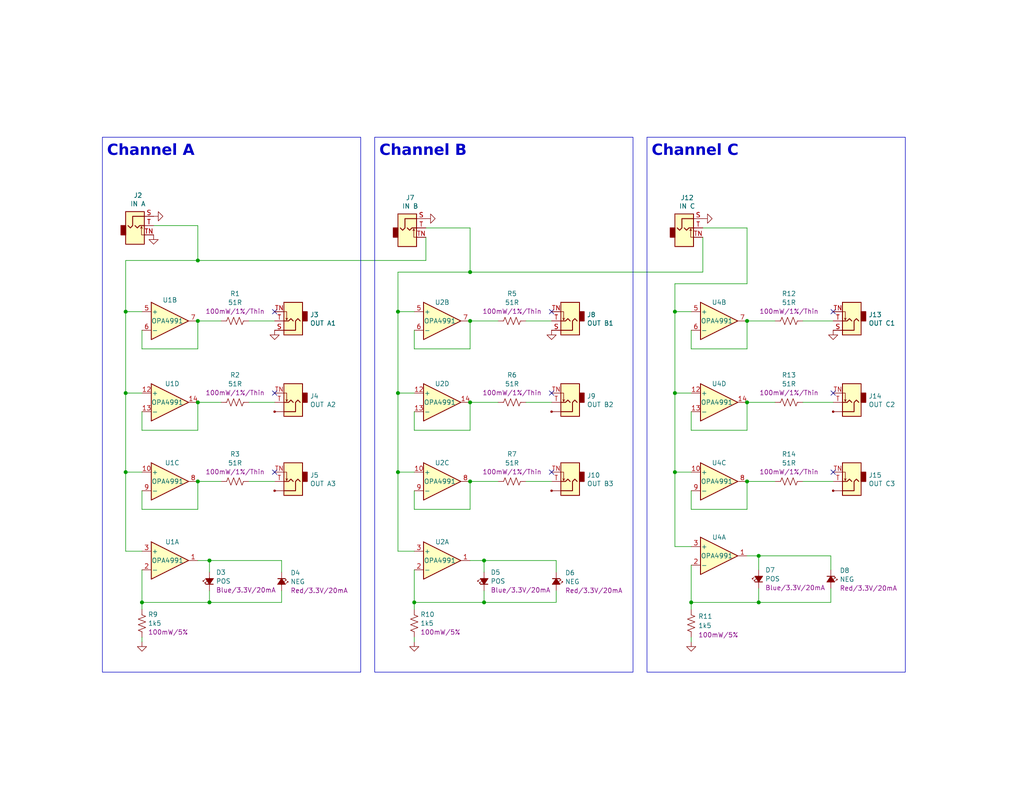
<source format=kicad_sch>
(kicad_sch (version 20230121) (generator eeschema)
  (paper "USLetter")
  (title_block (title "Helium") (date "2023-04-05") (rev "v3") (company "Winterbloom") (comment 1 "Alethea Flowers") (comment 2 "CERN OHL-P v2") (comment 3 "helium.wntr.dev"))
  (lib_symbols
    (symbol "Device:LED_Small_Filled" (pin_numbers hide) (pin_names (offset 0.254) hide)
      (property "Reference" "D" (at -1.27 3.175 0))
      (property "Value" "LED_Small_Filled" (at -4.445 -2.54 0))
      (symbol "LED_Small_Filled_0_1"
        (polyline (pts (xy -0.762 -1.016) (xy -0.762 1.016)) (stroke (width 0.254)))
        (polyline (pts (xy 1.016 0) (xy -0.762 0)))
        (polyline (pts (xy 0.762 -1.016) (xy -0.762 0) (xy 0.762 1.016) (xy 0.762 -1.016)) (stroke (width 0.254)) (fill (type outline)))
        (polyline (pts (xy 0 0.762) (xy -0.508 1.27) (xy -0.254 1.27) (xy -0.508 1.27) (xy -0.508 1.016)))
        (polyline (pts (xy 0.508 1.27) (xy 0 1.778) (xy 0.254 1.778) (xy 0 1.778) (xy 0 1.524)))
      )
      (symbol "LED_Small_Filled_1_1"
        (pin passive line (at -2.54 0 0) (length 1.778) (name "K") (number "1"))
        (pin passive line (at 2.54 0 180) (length 1.778) (name "A") (number "2"))
      )
    )
    (symbol "Device:R_US" (pin_numbers hide) (pin_names (offset 0))
      (property "Reference" "R" (at 2.54 0 90))
      (property "Value" "R_US" (at -2.54 0 90))
      (symbol "R_US_0_1"
        (polyline (pts (xy 0 -2.286) (xy 0 -2.54)))
        (polyline (pts (xy 0 2.286) (xy 0 2.54)))
        (polyline (pts (xy 0 -0.762) (xy 1.016 -1.143) (xy 0 -1.524) (xy -1.016 -1.905) (xy 0 -2.286)))
        (polyline (pts (xy 0 0.762) (xy 1.016 0.381) (xy 0 0) (xy -1.016 -0.381) (xy 0 -0.762)))
        (polyline (pts (xy 0 2.286) (xy 1.016 1.905) (xy 0 1.524) (xy -1.016 1.143) (xy 0 0.762)))
      )
      (symbol "R_US_1_1"
        (pin passive line (at 0 3.81 270) (length 1.27) (name "~") (number "1"))
        (pin passive line (at 0 -3.81 90) (length 1.27) (name "~") (number "2"))
      )
    )
    (symbol "power:GND" (power) (pin_names (offset 0))
      (property "Value" "GND" (at 0 -3.81 0))
      (symbol "GND_0_1"
        (polyline (pts (xy 0 0) (xy 0 -1.27) (xy 1.27 -1.27) (xy 0 -2.54) (xy -1.27 -1.27) (xy 0 -1.27)))
      )
      (symbol "GND_1_1"
        (pin power_in line (at 0 0 270) (length 0) hide (name "GND") (number "1"))
      )
    )
    (symbol "winterbloom:Eurorack_Mono_Jack" (pin_names hide)
      (property "Reference" "J" (at 3.302 -4.064 0))
      (property "Value" "Eurorack_Mono_Jack" (at 0 5.08 0))
      (symbol "Eurorack_Mono_Jack_0_1"
        (rectangle (start -2.54 -5.08) (end 2.54 3.81) (stroke (width 0.254)) (fill (type background)))
        (polyline (pts (xy -1.778 -1.016) (xy -2.032 -0.508)))
        (polyline (pts (xy -2.54 1.27) (xy -1.778 1.27) (xy -1.778 -1.016) (xy -1.524 -0.508)))
        (polyline (pts (xy 0 -1.27) (xy -0.635 -0.635) (xy -1.27 -1.27) (xy -2.54 -1.27)) (stroke (width 0.254)))
        (polyline (pts (xy -2.54 -3.81) (xy 0.635 -3.81) (xy 0.635 -1.27) (xy 1.27 -0.635) (xy 1.905 -1.27)) (stroke (width 0.254)))
        (rectangle (start 2.54 -1.27) (end 3.81 1.27) (stroke (width 0.254)) (fill (type outline)))
      )
      (symbol "Eurorack_Mono_Jack_1_1"
        (pin passive line (at -5.08 -3.81 0) (length 2.54) (name "Sleeve") (number "S"))
        (pin passive line (at -5.08 -1.27 0) (length 2.54) (name "Tip") (number "T"))
        (pin passive line (at -5.08 1.27 0) (length 2.54) (name "Tip_normalize") (number "TN"))
      )
    )
    (symbol "winterbloom:Eurorack_Mono_Jack_No_S" (pin_names hide)
      (property "Reference" "J" (at 3.302 -4.064 0))
      (property "Value" "Eurorack_Mono_Jack_No_S" (at 0 5.08 0))
      (symbol "Eurorack_Mono_Jack_No_S_0_1"
        (rectangle (start -2.54 -5.08) (end 2.54 3.81) (stroke (width 0.254)) (fill (type background)))
        (polyline (pts (xy -2.54 -3.81) (xy -5.08 -3.81)))
        (polyline (pts (xy -1.778 -1.016) (xy -2.032 -0.508)))
        (polyline (pts (xy -2.54 1.27) (xy -1.778 1.27) (xy -1.778 -1.016) (xy -1.524 -0.508)))
        (polyline (pts (xy 0 -1.27) (xy -0.635 -0.635) (xy -1.27 -1.27) (xy -2.54 -1.27)) (stroke (width 0.254)))
        (polyline (pts (xy -2.54 -3.81) (xy 0.635 -3.81) (xy 0.635 -1.27) (xy 1.27 -0.635) (xy 1.905 -1.27)) (stroke (width 0.254)))
        (rectangle (start 2.54 -1.27) (end 3.81 1.27) (stroke (width 0.254)) (fill (type outline)))
      )
      (symbol "Eurorack_Mono_Jack_No_S_1_1"
        (circle (center -5.08 -3.81) (radius 0.254) (fill (type outline)))
        (pin passive line (at -5.08 -1.27 0) (length 2.54) (name "Tip") (number "T"))
        (pin passive line (at -5.08 1.27 0) (length 2.54) (name "Tip_normalize") (number "TN"))
      )
    )
    (symbol "winterbloom:OPA4991" (pin_names (offset 0.127))
      (property "Reference" "U" (at 0.762 3.048 0))
      (property "Value" "OPA4991" (at 0.508 -3.302 0))
      (symbol "OPA4991_1_1"
        (polyline (pts (xy -5.08 5.08) (xy 5.08 0) (xy -5.08 -5.08) (xy -5.08 5.08)) (stroke (width 0.254)) (fill (type background)))
        (pin output line (at 7.62 0 180) (length 2.54) (name "~") (number "1"))
        (pin input line (at -7.62 -2.54 0) (length 2.54) (name "-") (number "2"))
        (pin input line (at -7.62 2.54 0) (length 2.54) (name "+") (number "3"))
      )
      (symbol "OPA4991_2_1"
        (polyline (pts (xy -5.08 5.08) (xy 5.08 0) (xy -5.08 -5.08) (xy -5.08 5.08)) (stroke (width 0.254)) (fill (type background)))
        (pin input line (at -7.62 2.54 0) (length 2.54) (name "+") (number "5"))
        (pin input line (at -7.62 -2.54 0) (length 2.54) (name "-") (number "6"))
        (pin output line (at 7.62 0 180) (length 2.54) (name "~") (number "7"))
      )
      (symbol "OPA4991_3_1"
        (polyline (pts (xy -5.08 5.08) (xy 5.08 0) (xy -5.08 -5.08) (xy -5.08 5.08)) (stroke (width 0.254)) (fill (type background)))
        (pin input line (at -7.62 2.54 0) (length 2.54) (name "+") (number "10"))
        (pin output line (at 7.62 0 180) (length 2.54) (name "~") (number "8"))
        (pin input line (at -7.62 -2.54 0) (length 2.54) (name "-") (number "9"))
      )
      (symbol "OPA4991_4_1"
        (polyline (pts (xy -5.08 5.08) (xy 5.08 0) (xy -5.08 -5.08) (xy -5.08 5.08)) (stroke (width 0.254)) (fill (type background)))
        (pin input line (at -7.62 2.54 0) (length 2.54) (name "+") (number "12"))
        (pin input line (at -7.62 -2.54 0) (length 2.54) (name "-") (number "13"))
        (pin output line (at 7.62 0 180) (length 2.54) (name "~") (number "14"))
      )
      (symbol "OPA4991_5_1"
        (polyline (pts (xy -5.08 5.08) (xy 5.08 0) (xy -5.08 -5.08) (xy -5.08 5.08)) (stroke (width 0.254)) (fill (type background)))
        (pin power_in line (at -2.54 -7.62 90) (length 3.81) (name "V-") (number "11"))
        (pin power_in line (at -2.54 7.62 270) (length 3.81) (name "V+") (number "4"))
      )
    )
  )
  (junction (at 38.735 164.465))
  (junction (at 128.27 74.295))
  (junction (at 128.27 131.445))
  (junction (at 57.15 164.465))
  (junction (at 53.975 109.855))
  (junction (at 108.585 107.315))
  (junction (at 203.835 87.63))
  (junction (at 128.27 109.855))
  (junction (at 132.08 164.465))
  (junction (at 207.01 164.465))
  (junction (at 113.03 164.465))
  (junction (at 34.29 107.315))
  (junction (at 132.08 153.035))
  (junction (at 203.835 109.855))
  (junction (at 203.835 131.445))
  (junction (at 34.29 128.905))
  (junction (at 128.27 87.63))
  (junction (at 53.975 131.445))
  (junction (at 188.595 164.465))
  (junction (at 184.15 107.315))
  (junction (at 57.15 153.035))
  (junction (at 34.29 85.09))
  (junction (at 108.585 85.09))
  (junction (at 53.975 87.63))
  (junction (at 53.975 71.12))
  (junction (at 207.01 151.765))
  (junction (at 184.15 85.09))
  (junction (at 184.15 128.905))
  (junction (at 108.585 128.905))
  (no_connect (at 150.495 107.315))
  (no_connect (at 74.93 85.09))
  (no_connect (at 227.33 128.905))
  (no_connect (at 227.33 107.315))
  (no_connect (at 150.495 128.905))
  (no_connect (at 74.93 128.905))
  (no_connect (at 74.93 107.315))
  (no_connect (at 150.495 85.09))
  (no_connect (at 227.33 85.09))
  (wire (pts (xy 41.91 61.595) (xy 53.975 61.595)))
  (wire (pts (xy 57.15 164.465) (xy 57.15 161.29)))
  (wire (pts (xy 113.03 95.25) (xy 113.03 90.17)))
  (wire (pts (xy 143.51 87.63) (xy 150.495 87.63)))
  (wire (pts (xy 53.975 139.065) (xy 38.735 139.065)))
  (wire (pts (xy 151.765 161.29) (xy 151.765 164.465)))
  (wire (pts (xy 38.735 85.09) (xy 34.29 85.09)))
  (wire (pts (xy 207.01 151.765) (xy 203.835 151.765)))
  (wire (pts (xy 60.325 87.63) (xy 53.975 87.63)))
  (wire (pts (xy 34.29 85.09) (xy 34.29 107.315)))
  (wire (pts (xy 38.735 164.465) (xy 57.15 164.465)))
  (wire (pts (xy 132.08 164.465) (xy 151.765 164.465)))
  (wire (pts (xy 211.455 87.63) (xy 203.835 87.63)))
  (wire (pts (xy 184.15 128.905) (xy 188.595 128.905)))
  (wire (pts (xy 67.945 87.63) (xy 74.93 87.63)))
  (wire (pts (xy 53.975 109.855) (xy 53.975 117.475)))
  (wire (pts (xy 53.975 71.12) (xy 116.205 71.12)))
  (wire (pts (xy 113.03 85.09) (xy 108.585 85.09)))
  (wire (pts (xy 38.735 95.25) (xy 38.735 90.17)))
  (wire (pts (xy 128.27 62.23) (xy 128.27 74.295)))
  (wire (pts (xy 38.735 166.37) (xy 38.735 164.465)))
  (wire (pts (xy 128.27 95.25) (xy 128.27 87.63)))
  (wire (pts (xy 128.27 139.065) (xy 113.03 139.065)))
  (wire (pts (xy 226.695 151.765) (xy 226.695 155.575)))
  (wire (pts (xy 188.595 164.465) (xy 188.595 154.305)))
  (wire (pts (xy 76.835 164.465) (xy 76.835 161.29)))
  (wire (pts (xy 38.735 95.25) (xy 53.975 95.25)))
  (wire (pts (xy 151.765 153.035) (xy 151.765 156.21)))
  (wire (pts (xy 60.325 109.855) (xy 53.975 109.855)))
  (wire (pts (xy 184.15 128.905) (xy 184.15 149.225)))
  (wire (pts (xy 108.585 107.315) (xy 108.585 128.905)))
  (wire (pts (xy 135.89 109.855) (xy 128.27 109.855)))
  (wire (pts (xy 108.585 128.905) (xy 108.585 150.495)))
  (wire (pts (xy 57.15 156.21) (xy 57.15 153.035)))
  (wire (pts (xy 188.595 166.37) (xy 188.595 164.465)))
  (wire (pts (xy 128.27 74.295) (xy 191.77 74.295)))
  (wire (pts (xy 108.585 85.09) (xy 108.585 107.315)))
  (wire (pts (xy 113.03 166.37) (xy 113.03 164.465)))
  (wire (pts (xy 203.835 62.23) (xy 203.835 77.47)))
  (wire (pts (xy 226.695 160.655) (xy 226.695 164.465)))
  (wire (pts (xy 188.595 117.475) (xy 203.835 117.475)))
  (wire (pts (xy 219.075 131.445) (xy 227.33 131.445)))
  (wire (pts (xy 211.455 109.855) (xy 203.835 109.855)))
  (wire (pts (xy 57.15 164.465) (xy 76.835 164.465)))
  (wire (pts (xy 132.08 156.21) (xy 132.08 153.035)))
  (wire (pts (xy 203.835 77.47) (xy 184.15 77.47)))
  (wire (pts (xy 188.595 95.25) (xy 203.835 95.25)))
  (wire (pts (xy 128.27 117.475) (xy 113.03 117.475)))
  (wire (pts (xy 38.735 173.99) (xy 38.735 175.26)))
  (wire (pts (xy 116.205 64.77) (xy 116.205 71.12)))
  (wire (pts (xy 34.29 128.905) (xy 38.735 128.905)))
  (wire (pts (xy 128.27 131.445) (xy 128.27 139.065)))
  (wire (pts (xy 203.835 117.475) (xy 203.835 109.855)))
  (wire (pts (xy 135.89 131.445) (xy 128.27 131.445)))
  (wire (pts (xy 38.735 117.475) (xy 38.735 112.395)))
  (wire (pts (xy 188.595 85.09) (xy 184.15 85.09)))
  (wire (pts (xy 188.595 95.25) (xy 188.595 90.17)))
  (wire (pts (xy 38.735 139.065) (xy 38.735 133.985)))
  (wire (pts (xy 184.15 149.225) (xy 188.595 149.225)))
  (wire (pts (xy 108.585 107.315) (xy 113.03 107.315)))
  (wire (pts (xy 135.89 87.63) (xy 128.27 87.63)))
  (wire (pts (xy 38.735 164.465) (xy 38.735 155.575)))
  (wire (pts (xy 132.08 153.035) (xy 151.765 153.035)))
  (wire (pts (xy 113.03 117.475) (xy 113.03 112.395)))
  (wire (pts (xy 184.15 107.315) (xy 188.595 107.315)))
  (wire (pts (xy 108.585 85.09) (xy 108.585 74.295)))
  (wire (pts (xy 132.08 153.035) (xy 128.27 153.035)))
  (wire (pts (xy 57.15 153.035) (xy 53.975 153.035)))
  (wire (pts (xy 227.33 87.63) (xy 219.075 87.63)))
  (wire (pts (xy 191.77 64.77) (xy 191.77 74.295)))
  (wire (pts (xy 53.975 117.475) (xy 38.735 117.475)))
  (wire (pts (xy 113.03 164.465) (xy 132.08 164.465)))
  (wire (pts (xy 67.945 131.445) (xy 74.93 131.445)))
  (wire (pts (xy 113.03 95.25) (xy 128.27 95.25)))
  (wire (pts (xy 132.08 161.29) (xy 132.08 164.465)))
  (wire (pts (xy 34.29 107.315) (xy 38.735 107.315)))
  (wire (pts (xy 207.01 164.465) (xy 226.695 164.465)))
  (wire (pts (xy 108.585 74.295) (xy 128.27 74.295)))
  (wire (pts (xy 116.205 62.23) (xy 128.27 62.23)))
  (wire (pts (xy 188.595 117.475) (xy 188.595 112.395)))
  (wire (pts (xy 188.595 139.065) (xy 188.595 133.985)))
  (wire (pts (xy 207.01 160.655) (xy 207.01 164.465)))
  (wire (pts (xy 207.01 155.575) (xy 207.01 151.765)))
  (wire (pts (xy 113.03 164.465) (xy 113.03 155.575)))
  (wire (pts (xy 188.595 139.065) (xy 203.835 139.065)))
  (wire (pts (xy 60.325 131.445) (xy 53.975 131.445)))
  (wire (pts (xy 76.835 153.035) (xy 76.835 156.21)))
  (wire (pts (xy 203.835 139.065) (xy 203.835 131.445)))
  (wire (pts (xy 34.29 107.315) (xy 34.29 128.905)))
  (wire (pts (xy 57.15 153.035) (xy 76.835 153.035)))
  (wire (pts (xy 207.01 151.765) (xy 226.695 151.765)))
  (wire (pts (xy 53.975 131.445) (xy 53.975 139.065)))
  (wire (pts (xy 108.585 150.495) (xy 113.03 150.495)))
  (wire (pts (xy 188.595 173.99) (xy 188.595 175.26)))
  (wire (pts (xy 143.51 109.855) (xy 150.495 109.855)))
  (wire (pts (xy 108.585 128.905) (xy 113.03 128.905)))
  (wire (pts (xy 113.03 139.065) (xy 113.03 133.985)))
  (wire (pts (xy 143.51 131.445) (xy 150.495 131.445)))
  (wire (pts (xy 34.29 71.12) (xy 34.29 85.09)))
  (wire (pts (xy 188.595 164.465) (xy 207.01 164.465)))
  (wire (pts (xy 113.03 173.99) (xy 113.03 175.26)))
  (wire (pts (xy 53.975 61.595) (xy 53.975 71.12)))
  (wire (pts (xy 191.77 62.23) (xy 203.835 62.23)))
  (wire (pts (xy 227.33 109.855) (xy 219.075 109.855)))
  (wire (pts (xy 53.975 95.25) (xy 53.975 87.63)))
  (wire (pts (xy 128.27 109.855) (xy 128.27 117.475)))
  (wire (pts (xy 34.29 150.495) (xy 38.735 150.495)))
  (wire (pts (xy 203.835 95.25) (xy 203.835 87.63)))
  (wire (pts (xy 184.15 107.315) (xy 184.15 128.905)))
  (wire (pts (xy 67.945 109.855) (xy 74.93 109.855)))
  (wire (pts (xy 184.15 77.47) (xy 184.15 85.09)))
  (wire (pts (xy 34.29 128.905) (xy 34.29 150.495)))
  (wire (pts (xy 34.29 71.12) (xy 53.975 71.12)))
  (wire (pts (xy 184.15 85.09) (xy 184.15 107.315)))
  (wire (pts (xy 211.455 131.445) (xy 203.835 131.445)))
  (rectangle (start 27.94 37.465) (end 98.425 183.515))
  (rectangle (start 176.53 37.465) (end 247.015 183.515))
  (rectangle (start 102.235 37.465) (end 172.72 183.515))
  (text "Channel C" (at 177.8 43.815 0) (effects (font (size 3 3) (thickness 0.508) bold) (justify left bottom)))
  (text "Channel B" (at 103.505 43.815 0) (effects (font (size 3 3) (thickness 0.508) bold) (justify left bottom)))
  (text "Channel A" (at 29.21 43.815 0) (effects (font (size 3 3) (thickness 0.508) bold) (justify left bottom)))
  (symbol (lib_id "winterbloom:Eurorack_Mono_Jack_No_S") (at 232.41 130.175 0) (unit 1)
    (property "Reference" "J15" (at 236.982 129.7432 0) (effects (justify left)))
    (property "Value" "OUT C3" (at 236.982 132.0546 0) (effects (justify left)))
    (property "Footprint" "winterbloom:AudioJack_WQP518MA_No_S" (effects hide))
    (property "Datasheet" "http://www.qingpu-electronics.com/en/products/WQP-PJ398SM-362.html" (effects hide))
    (property "MPN" "WQP-WQP518MA" (effects hide))
    (property "Notes" "Thonkiconn (PJ398SM)" (effects hide))
    (property "Links" "https://winterbloom.com/shop/eurorack-jacks, https://www.thonk.co.uk/shop/thonkiconn/" (effects hide))
  )
  (symbol (lib_id "Device:R_US") (at 139.7 109.855 270) (unit 1)
    (property "Reference" "R6" (at 139.7 102.3975 90))
    (property "Value" "51R" (at 139.7 104.8217 90))
    (property "Footprint" "winterbloom:R_0603_HandSolder" (effects hide))
    (property "Rating" "100mW/1%/Thin" (at 139.7 107.2459 90))
    (property "DigiKey" "13-RT0603FRE0751RLCT-ND" (effects hide))
    (property "LCSC" "C849799" (effects hide))
    (property "MPN" "RT0603FRE0751RL" (effects hide))
    (property "Mouser" "603-RT0603FRE0751RL" (effects hide))
  )
  (symbol (lib_id "Device:R_US") (at 188.595 170.18 180) (unit 1)
    (property "Reference" "R11" (at 190.5 168.275 0) (effects (justify right)))
    (property "Value" "1k5" (at 190.5 170.815 0) (effects (justify right)))
    (property "Footprint" "winterbloom:R_0603_HandSolder" (effects hide))
    (property "Rating" "100mW/5%" (at 190.5 173.355 0) (effects (justify right)))
    (property "MPN" "RC0603JR-071K5L" (effects hide))
    (property "DigiKey" "311-1.5KGRCT-ND" (effects hide))
    (property "LCSC" "C114680" (effects hide))
    (property "Mouser" "603-RC0603JR-071K5L" (effects hide))
  )
  (symbol (lib_id "Device:LED_Small_Filled") (at 226.695 158.115 270) (unit 1)
    (property "Reference" "D8" (at 229.108 155.7543 90) (effects (justify left)))
    (property "Value" "NEG" (at 229.108 158.1785 90) (effects (justify left)))
    (property "Footprint" "winterbloom:LED_0805_Kingbright_APT2012" (effects hide))
    (property "Datasheet" "https://www.kingbrightusa.com/images/catalog/SPEC/APT2012SURCK.pdf" (effects hide))
    (property "Rating" "Red/3.3V/20mA" (at 229.108 160.6027 90) (effects (justify left)))
    (property "MPN" "APT2012SURCK" (effects hide))
    (property "DigiKey" "754-1133-1-ND" (effects hide))
    (property "LCSC" "C5875730" (effects hide))
    (property "Mouser" "604-APT2012SURCK" (effects hide))
    (property "Notes" "Sub with ~200 mcd" (effects hide))
  )
  (symbol (lib_id "winterbloom:Eurorack_Mono_Jack_No_S") (at 155.575 108.585 0) (unit 1)
    (property "Reference" "J9" (at 160.147 108.1532 0) (effects (justify left)))
    (property "Value" "OUT B2" (at 160.147 110.4646 0) (effects (justify left)))
    (property "Footprint" "winterbloom:AudioJack_WQP518MA_No_S" (effects hide))
    (property "Datasheet" "http://www.qingpu-electronics.com/en/products/WQP-PJ398SM-362.html" (effects hide))
    (property "MPN" "WQP-WQP518MA" (effects hide))
    (property "Notes" "Thonkiconn (PJ398SM)" (effects hide))
    (property "Links" "https://winterbloom.com/shop/eurorack-jacks, https://www.thonk.co.uk/shop/thonkiconn/" (effects hide))
  )
  (symbol (lib_id "winterbloom:Eurorack_Mono_Jack_No_S") (at 80.01 108.585 0) (unit 1)
    (property "Reference" "J4" (at 84.582 108.1532 0) (effects (justify left)))
    (property "Value" "OUT A2" (at 84.582 110.4646 0) (effects (justify left)))
    (property "Footprint" "winterbloom:AudioJack_WQP518MA_No_S" (effects hide))
    (property "Datasheet" "http://www.qingpu-electronics.com/en/products/WQP-PJ398SM-362.html" (effects hide))
    (property "MPN" "WQP-WQP518MA" (effects hide))
    (property "Notes" "Thonkiconn (PJ398SM)" (effects hide))
    (property "Links" "https://winterbloom.com/shop/eurorack-jacks, https://www.thonk.co.uk/shop/thonkiconn/" (effects hide))
  )
  (symbol (lib_id "winterbloom:Eurorack_Mono_Jack") (at 186.69 63.5 180) (unit 1)
    (property "Reference" "J12" (at 187.5028 53.975 0))
    (property "Value" "IN C" (at 187.5028 56.2864 0))
    (property "Footprint" "winterbloom:AudioJack_WQP518MA_Compact_S" (effects hide))
    (property "Datasheet" "http://www.qingpu-electronics.com/en/products/WQP-PJ398SM-362.html" (effects hide))
    (property "MPN" "WQP-WQP518MA" (effects hide))
    (property "Notes" "Thonkiconn (PJ398SM)" (effects hide))
    (property "Links" "https://winterbloom.com/shop/eurorack-jacks, https://www.thonk.co.uk/shop/thonkiconn/" (effects hide))
  )
  (symbol (lib_id "winterbloom:OPA4991") (at 46.355 153.035 0) (unit 1)
    (property "Reference" "U1" (at 46.99 147.955 0))
    (property "Value" "OPA4991" (at 45.72 153.035 0))
    (property "Footprint" "Package_SO:TSSOP-14_4.4x5mm_P0.65mm" (effects hide))
    (property "Datasheet" "https://www.ti.com/lit/ds/symlink/opa4991.pdf" (effects hide))
    (property "MPN" "OPA4991IPWR" (effects hide))
    (property "DigiKey" "296-OPA4991IPWRCT-ND" (effects hide))
    (property "LCSC" "C2873620" (effects hide))
    (property "Mouser" "595-OPA4991IPWR" (effects hide))
    (property "Notes" "Sub with OPA4171, OPA1679, OPA4197" (effects hide))
  )
  (symbol (lib_id "power:GND") (at 38.735 175.26 0) (unit 1)
    (property "Reference" "#PWR0121" (effects hide))
    (property "Value" "GND" (effects hide))
    (instances (project "board" (path "" (reference "#PWR0121") (unit 1)) (path "" (reference "#PWR06") (unit 1))))
  )
  (symbol (lib_id "winterbloom:OPA4991") (at 196.215 87.63 0) (unit 2)
    (property "Reference" "U4" (at 196.215 82.55 0))
    (property "Value" "OPA4991" (at 195.58 87.63 0))
    (property "Footprint" "Package_SO:TSSOP-14_4.4x5mm_P0.65mm" (effects hide))
    (property "Datasheet" "https://www.ti.com/lit/ds/symlink/opa4991.pdf" (effects hide))
    (property "MPN" "OPA4991IPWR" (effects hide))
    (property "DigiKey" "296-OPA4991IPWRCT-ND" (effects hide))
    (property "LCSC" "C2873620" (effects hide))
    (property "Mouser" "595-OPA4991IPWR" (effects hide))
    (property "Notes" "Sub with OPA4171, OPA1679, OPA4197" (effects hide))
  )
  (symbol (lib_id "Device:R_US") (at 139.7 131.445 270) (unit 1)
    (property "Reference" "R7" (at 139.7 123.9875 90))
    (property "Value" "51R" (at 139.7 126.4117 90))
    (property "Footprint" "winterbloom:R_0603_HandSolder" (effects hide))
    (property "Rating" "100mW/1%/Thin" (at 139.7 128.8359 90))
    (property "DigiKey" "13-RT0603FRE0751RLCT-ND" (effects hide))
    (property "LCSC" "C849799" (effects hide))
    (property "MPN" "RT0603FRE0751RL" (effects hide))
    (property "Mouser" "603-RT0603FRE0751RL" (effects hide))
  )
  (symbol (lib_id "Device:R_US") (at 113.03 170.18 180) (unit 1)
    (property "Reference" "R10" (at 114.681 167.7558 0) (effects (justify right)))
    (property "Value" "1k5" (at 114.681 170.18 0) (effects (justify right)))
    (property "Footprint" "winterbloom:R_0603_HandSolder" (effects hide))
    (property "Rating" "100mW/5%" (at 114.681 172.6042 0) (effects (justify right)))
    (property "MPN" "RC0603JR-071K5L" (effects hide))
    (property "DigiKey" "311-1.5KGRCT-ND" (effects hide))
    (property "LCSC" "C114680" (effects hide))
    (property "Mouser" "603-RC0603JR-071K5L" (effects hide))
  )
  (symbol (lib_id "Device:R_US") (at 139.7 87.63 270) (unit 1)
    (property "Reference" "R5" (at 139.7 80.1725 90))
    (property "Value" "51R" (at 139.7 82.5967 90))
    (property "Footprint" "winterbloom:R_0603_HandSolder" (effects hide))
    (property "Rating" "100mW/1%/Thin" (at 139.7 85.0209 90))
    (property "DigiKey" "13-RT0603FRE0751RLCT-ND" (effects hide))
    (property "LCSC" "C849799" (effects hide))
    (property "MPN" "RT0603FRE0751RL" (effects hide))
    (property "Mouser" "603-RT0603FRE0751RL" (effects hide))
  )
  (symbol (lib_id "winterbloom:Eurorack_Mono_Jack") (at 80.01 86.36 0) (unit 1)
    (property "Reference" "J3" (at 84.582 85.9282 0) (effects (justify left)))
    (property "Value" "OUT A1" (at 84.582 88.2396 0) (effects (justify left)))
    (property "Footprint" "winterbloom:AudioJack_WQP518MA_Compact_S" (effects hide))
    (property "Datasheet" "http://www.qingpu-electronics.com/en/products/WQP-PJ398SM-362.html" (effects hide))
    (property "MPN" "WQP-WQP518MA" (effects hide))
    (property "Notes" "Thonkiconn (PJ398SM)" (effects hide))
    (property "Links" "https://winterbloom.com/shop/eurorack-jacks, https://www.thonk.co.uk/shop/thonkiconn/" (effects hide))
  )
  (symbol (lib_id "winterbloom:OPA4991") (at 46.355 87.63 0) (unit 2)
    (property "Reference" "U1" (at 46.355 81.915 0))
    (property "Value" "OPA4991" (at 41.275 87.63 0) (effects (justify left)))
    (property "Footprint" "Package_SO:TSSOP-14_4.4x5mm_P0.65mm" (effects hide))
    (property "Datasheet" "https://www.ti.com/lit/ds/symlink/opa4991.pdf" (effects hide))
    (property "MPN" "OPA4991IPWR" (effects hide))
    (property "DigiKey" "296-OPA4991IPWRCT-ND" (effects hide))
    (property "LCSC" "C2873620" (effects hide))
    (property "Mouser" "595-OPA4991IPWR" (effects hide))
    (property "Notes" "Sub with OPA4171, OPA1679, OPA4197" (effects hide))
  )
  (symbol (lib_id "Device:LED_Small_Filled") (at 151.765 158.75 270) (unit 1)
    (property "Reference" "D6" (at 154.178 156.3893 90) (effects (justify left)))
    (property "Value" "NEG" (at 154.178 158.8135 90) (effects (justify left)))
    (property "Footprint" "winterbloom:LED_0805_Kingbright_APT2012" (effects hide))
    (property "Datasheet" "https://www.kingbrightusa.com/images/catalog/SPEC/APT2012SURCK.pdf" (effects hide))
    (property "Rating" "Red/3.3V/20mA" (at 154.178 161.2377 90) (effects (justify left)))
    (property "MPN" "APT2012SURCK" (effects hide))
    (property "DigiKey" "754-1133-1-ND" (effects hide))
    (property "LCSC" "C5875730" (effects hide))
    (property "Mouser" "604-APT2012SURCK" (effects hide))
    (property "Notes" "Sub with ~200 mcd" (effects hide))
  )
  (symbol (lib_id "winterbloom:Eurorack_Mono_Jack") (at 232.41 86.36 0) (unit 1)
    (property "Reference" "J13" (at 236.982 85.9282 0) (effects (justify left)))
    (property "Value" "OUT C1" (at 236.982 88.2396 0) (effects (justify left)))
    (property "Footprint" "winterbloom:AudioJack_WQP518MA_Compact_S" (effects hide))
    (property "Datasheet" "http://www.qingpu-electronics.com/en/products/WQP-PJ398SM-362.html" (effects hide))
    (property "MPN" "WQP-WQP518MA" (effects hide))
    (property "Notes" "Thonkiconn (PJ398SM)" (effects hide))
    (property "Links" "https://winterbloom.com/shop/eurorack-jacks, https://www.thonk.co.uk/shop/thonkiconn/" (effects hide))
  )
  (symbol (lib_id "winterbloom:OPA4991") (at 120.65 131.445 0) (unit 3)
    (property "Reference" "U2" (at 120.65 126.365 0))
    (property "Value" "OPA4991" (at 120.015 131.445 0))
    (property "Footprint" "Package_SO:TSSOP-14_4.4x5mm_P0.65mm" (effects hide))
    (property "Datasheet" "https://www.ti.com/lit/ds/symlink/opa4991.pdf" (effects hide))
    (property "MPN" "OPA4991IPWR" (effects hide))
    (property "DigiKey" "296-OPA4991IPWRCT-ND" (effects hide))
    (property "LCSC" "C2873620" (effects hide))
    (property "Mouser" "595-OPA4991IPWR" (effects hide))
    (property "Notes" "Sub with OPA4171, OPA1679, OPA4197" (effects hide))
  )
  (symbol (lib_id "power:GND") (at 150.495 90.17 0) (unit 1)
    (property "Reference" "#PWR07" (effects hide))
    (property "Value" "GND" (effects hide))
    (instances (project "board" (path "" (reference "#PWR07") (unit 1)) (path "" (reference "#PWR022") (unit 1))))
  )
  (symbol (lib_id "winterbloom:Eurorack_Mono_Jack_No_S") (at 232.41 108.585 0) (unit 1)
    (property "Reference" "J14" (at 236.982 108.1532 0) (effects (justify left)))
    (property "Value" "OUT C2" (at 236.982 110.4646 0) (effects (justify left)))
    (property "Footprint" "winterbloom:AudioJack_WQP518MA_No_S" (effects hide))
    (property "Datasheet" "http://www.qingpu-electronics.com/en/products/WQP-PJ398SM-362.html" (effects hide))
    (property "MPN" "WQP-WQP518MA" (effects hide))
    (property "Notes" "Thonkiconn (PJ398SM)" (effects hide))
    (property "Links" "https://winterbloom.com/shop/eurorack-jacks, https://www.thonk.co.uk/shop/thonkiconn/" (effects hide))
  )
  (symbol (lib_id "winterbloom:OPA4991") (at 46.355 109.855 0) (unit 4)
    (property "Reference" "U1" (at 46.99 104.775 0))
    (property "Value" "OPA4991" (at 41.275 109.855 0) (effects (justify left)))
    (property "Footprint" "Package_SO:TSSOP-14_4.4x5mm_P0.65mm" (effects hide))
    (property "Datasheet" "https://www.ti.com/lit/ds/symlink/opa4991.pdf" (effects hide))
    (property "MPN" "OPA4991IPWR" (effects hide))
    (property "DigiKey" "296-OPA4991IPWRCT-ND" (effects hide))
    (property "LCSC" "C2873620" (effects hide))
    (property "Mouser" "595-OPA4991IPWR" (effects hide))
    (property "Notes" "Sub with OPA4171, OPA1679, OPA4197" (effects hide))
  )
  (symbol (lib_id "winterbloom:Eurorack_Mono_Jack") (at 111.125 63.5 180) (unit 1)
    (property "Reference" "J7" (at 111.9378 53.975 0))
    (property "Value" "IN B" (at 111.9378 56.2864 0))
    (property "Footprint" "winterbloom:AudioJack_WQP518MA_Compact_S" (effects hide))
    (property "Datasheet" "http://www.qingpu-electronics.com/en/products/WQP-PJ398SM-362.html" (effects hide))
    (property "MPN" "WQP-WQP518MA" (effects hide))
    (property "Notes" "Thonkiconn (PJ398SM)" (effects hide))
    (property "Links" "https://winterbloom.com/shop/eurorack-jacks, https://www.thonk.co.uk/shop/thonkiconn/" (effects hide))
  )
  (symbol (lib_id "winterbloom:OPA4991") (at 196.215 151.765 0) (unit 1)
    (property "Reference" "U4" (at 196.215 146.685 0))
    (property "Value" "OPA4991" (at 195.58 151.765 0))
    (property "Footprint" "Package_SO:TSSOP-14_4.4x5mm_P0.65mm" (effects hide))
    (property "Datasheet" "https://www.ti.com/lit/ds/symlink/opa4991.pdf" (effects hide))
    (property "MPN" "OPA4991IPWR" (effects hide))
    (property "DigiKey" "296-OPA4991IPWRCT-ND" (effects hide))
    (property "LCSC" "C2873620" (effects hide))
    (property "Mouser" "595-OPA4991IPWR" (effects hide))
    (property "Notes" "Sub with OPA4171, OPA1679, OPA4197" (effects hide))
  )
  (symbol (lib_id "power:GND") (at 116.205 59.69 90) (unit 1)
    (property "Reference" "#PWR06" (effects hide))
    (property "Value" "GND" (effects hide))
    (instances (project "board" (path "" (reference "#PWR06") (unit 1)) (path "" (reference "#PWR020") (unit 1))))
  )
  (symbol (lib_id "power:GND") (at 74.93 90.17 0) (unit 1)
    (property "Reference" "#PWR02" (effects hide))
    (property "Value" "GND" (effects hide))
    (instances (project "board" (path "" (reference "#PWR02") (unit 1)) (path "" (reference "#PWR07") (unit 1))))
  )
  (symbol (lib_id "winterbloom:Eurorack_Mono_Jack") (at 155.575 86.36 0) (unit 1)
    (property "Reference" "J8" (at 160.147 85.9282 0) (effects (justify left)))
    (property "Value" "OUT B1" (at 160.147 88.2396 0) (effects (justify left)))
    (property "Footprint" "winterbloom:AudioJack_WQP518MA_Compact_S" (effects hide))
    (property "Datasheet" "http://www.qingpu-electronics.com/en/products/WQP-PJ398SM-362.html" (effects hide))
    (property "MPN" "WQP-WQP518MA" (effects hide))
    (property "Notes" "Thonkiconn (PJ398SM)" (effects hide))
    (property "Links" "https://winterbloom.com/shop/eurorack-jacks, https://www.thonk.co.uk/shop/thonkiconn/" (effects hide))
  )
  (symbol (lib_id "Device:R_US") (at 64.135 109.855 270) (unit 1)
    (property "Reference" "R2" (at 64.135 102.3975 90))
    (property "Value" "51R" (at 64.135 104.8217 90))
    (property "Footprint" "winterbloom:R_0603_HandSolder" (effects hide))
    (property "Rating" "100mW/1%/Thin" (at 64.135 107.2459 90))
    (property "DigiKey" "13-RT0603FRE0751RLCT-ND" (effects hide))
    (property "LCSC" "C849799" (effects hide))
    (property "MPN" "RT0603FRE0751RL" (effects hide))
    (property "Mouser" "603-RT0603FRE0751RL" (effects hide))
  )
  (symbol (lib_id "power:GND") (at 191.77 59.69 90) (unit 1)
    (property "Reference" "#PWR0129" (effects hide))
    (property "Value" "GND" (effects hide))
    (instances (project "board" (path "" (reference "#PWR0129") (unit 1)) (path "" (reference "#PWR023") (unit 1))))
  )
  (symbol (lib_id "power:GND") (at 227.33 90.17 0) (unit 1)
    (property "Reference" "#PWR0125" (effects hide))
    (property "Value" "GND" (effects hide))
    (instances (project "board" (path "" (reference "#PWR0125") (unit 1)) (path "" (reference "#PWR025") (unit 1))))
  )
  (symbol (lib_id "Device:LED_Small_Filled") (at 76.835 158.75 270) (unit 1)
    (property "Reference" "D4" (at 79.248 156.3893 90) (effects (justify left)))
    (property "Value" "NEG" (at 79.248 158.8135 90) (effects (justify left)))
    (property "Footprint" "winterbloom:LED_0805_Kingbright_APT2012" (effects hide))
    (property "Datasheet" "https://www.kingbrightusa.com/images/catalog/SPEC/APT2012SURCK.pdf" (effects hide))
    (property "Rating" "Red/3.3V/20mA" (at 79.248 161.2377 90) (effects (justify left)))
    (property "MPN" "APT2012SURCK" (effects hide))
    (property "DigiKey" "754-1133-1-ND" (effects hide))
    (property "LCSC" "C5875730" (effects hide))
    (property "Mouser" "604-APT2012SURCK" (effects hide))
    (property "Notes" "Sub with ~200 mcd" (effects hide))
  )
  (symbol (lib_id "Device:R_US") (at 215.265 109.855 270) (unit 1)
    (property "Reference" "R13" (at 215.265 102.3975 90))
    (property "Value" "51R" (at 215.265 104.8217 90))
    (property "Footprint" "winterbloom:R_0603_HandSolder" (effects hide))
    (property "Rating" "100mW/1%/Thin" (at 215.265 107.2459 90))
    (property "DigiKey" "13-RT0603FRE0751RLCT-ND" (effects hide))
    (property "LCSC" "C849799" (effects hide))
    (property "MPN" "RT0603FRE0751RL" (effects hide))
    (property "Mouser" "603-RT0603FRE0751RL" (effects hide))
  )
  (symbol (lib_id "winterbloom:OPA4991") (at 120.65 87.63 0) (unit 2)
    (property "Reference" "U2" (at 120.65 82.55 0))
    (property "Value" "OPA4991" (at 120.015 87.63 0))
    (property "Footprint" "Package_SO:TSSOP-14_4.4x5mm_P0.65mm" (effects hide))
    (property "Datasheet" "https://www.ti.com/lit/ds/symlink/opa4991.pdf" (effects hide))
    (property "MPN" "OPA4991IPWR" (effects hide))
    (property "DigiKey" "296-OPA4991IPWRCT-ND" (effects hide))
    (property "LCSC" "C2873620" (effects hide))
    (property "Mouser" "595-OPA4991IPWR" (effects hide))
    (property "Notes" "Sub with OPA4171, OPA1679, OPA4197" (effects hide))
  )
  (symbol (lib_id "Device:R_US") (at 64.135 87.63 270) (unit 1)
    (property "Reference" "R1" (at 64.135 80.1725 90))
    (property "Value" "51R" (at 64.135 82.5967 90))
    (property "Footprint" "winterbloom:R_0603_HandSolder" (effects hide))
    (property "Rating" "100mW/1%/Thin" (at 64.135 85.0209 90))
    (property "DigiKey" "13-RT0603FRE0751RLCT-ND" (effects hide))
    (property "LCSC" "C849799" (effects hide))
    (property "MPN" "RT0603FRE0751RL" (effects hide))
    (property "Mouser" "603-RT0603FRE0751RL" (effects hide))
  )
  (symbol (lib_id "power:GND") (at 41.91 59.055 90) (unit 1)
    (property "Reference" "#PWR01" (effects hide))
    (property "Value" "GND" (effects hide))
  )
  (symbol (lib_id "Device:LED_Small_Filled") (at 132.08 158.75 90) (unit 1)
    (property "Reference" "D5" (at 133.858 156.2623 90) (effects (justify right)))
    (property "Value" "POS" (at 133.858 158.6865 90) (effects (justify right)))
    (property "Footprint" "winterbloom:LED_0805_Kingbright_APT2012" (effects hide))
    (property "Datasheet" "https://www.kingbrightusa.com/images/catalog/SPEC/APT2012VBC-D.pdf" (effects hide))
    (property "Rating" "Blue/3.3V/20mA" (at 133.858 161.1107 90) (effects (justify right)))
    (property "MPN" "APT2012VBC/D" (effects hide))
    (property "DigiKey" "754-1794-1-ND" (effects hide))
    (property "LCSC" "C5879386" (effects hide))
    (property "Mouser" "604-APT2012VBC/D" (effects hide))
    (property "Notes" "Sub with ~180 mcd" (effects hide))
  )
  (symbol (lib_id "winterbloom:OPA4991") (at 120.65 109.855 0) (unit 4)
    (property "Reference" "U2" (at 120.65 104.775 0))
    (property "Value" "OPA4991" (at 120.015 109.855 0))
    (property "Footprint" "Package_SO:TSSOP-14_4.4x5mm_P0.65mm" (effects hide))
    (property "Datasheet" "https://www.ti.com/lit/ds/symlink/opa4991.pdf" (effects hide))
    (property "MPN" "OPA4991IPWR" (effects hide))
    (property "DigiKey" "296-OPA4991IPWRCT-ND" (effects hide))
    (property "LCSC" "C2873620" (effects hide))
    (property "Mouser" "595-OPA4991IPWR" (effects hide))
    (property "Notes" "Sub with OPA4171, OPA1679, OPA4197" (effects hide))
  )
  (symbol (lib_id "Device:LED_Small_Filled") (at 207.01 158.115 90) (unit 1)
    (property "Reference" "D7" (at 208.788 155.6273 90) (effects (justify right)))
    (property "Value" "POS" (at 208.788 158.0515 90) (effects (justify right)))
    (property "Footprint" "winterbloom:LED_0805_Kingbright_APT2012" (effects hide))
    (property "Datasheet" "https://www.kingbrightusa.com/images/catalog/SPEC/APT2012VBC-D.pdf" (effects hide))
    (property "Rating" "Blue/3.3V/20mA" (at 208.788 160.4757 90) (effects (justify right)))
    (property "MPN" "APT2012VBC/D" (effects hide))
    (property "DigiKey" "754-1794-1-ND" (effects hide))
    (property "LCSC" "C5879386" (effects hide))
    (property "Mouser" "604-APT2012VBC/D" (effects hide))
    (property "Notes" "Sub with ~180 mcd" (effects hide))
  )
  (symbol (lib_id "Device:LED_Small_Filled") (at 57.15 158.75 90) (unit 1)
    (property "Reference" "D3" (at 58.928 156.2623 90) (effects (justify right)))
    (property "Value" "POS" (at 58.928 158.6865 90) (effects (justify right)))
    (property "Footprint" "winterbloom:LED_0805_Kingbright_APT2012" (effects hide))
    (property "Datasheet" "https://www.kingbrightusa.com/images/catalog/SPEC/APT2012VBC-D.pdf" (effects hide))
    (property "Rating" "Blue/3.3V/20mA" (at 58.928 161.1107 90) (effects (justify right)))
    (property "MPN" "APT2012VBC/D" (effects hide))
    (property "DigiKey" "754-1794-1-ND" (effects hide))
    (property "LCSC" "C5879386" (effects hide))
    (property "Mouser" "604-APT2012VBC/D" (effects hide))
    (property "Notes" "Sub with ~180 mcd" (effects hide))
  )
  (symbol (lib_id "winterbloom:OPA4991") (at 120.65 153.035 0) (unit 1)
    (property "Reference" "U2" (at 120.65 147.955 0))
    (property "Value" "OPA4991" (at 120.015 153.035 0))
    (property "Footprint" "Package_SO:TSSOP-14_4.4x5mm_P0.65mm" (effects hide))
    (property "Datasheet" "https://www.ti.com/lit/ds/symlink/opa4991.pdf" (effects hide))
    (property "MPN" "OPA4991IPWR" (effects hide))
    (property "DigiKey" "296-OPA4991IPWRCT-ND" (effects hide))
    (property "LCSC" "C2873620" (effects hide))
    (property "Mouser" "595-OPA4991IPWR" (effects hide))
    (property "Notes" "Sub with OPA4171, OPA1679, OPA4197" (effects hide))
  )
  (symbol (lib_id "winterbloom:OPA4991") (at 196.215 131.445 0) (unit 3)
    (property "Reference" "U4" (at 196.215 126.365 0))
    (property "Value" "OPA4991" (at 195.58 131.445 0))
    (property "Footprint" "Package_SO:TSSOP-14_4.4x5mm_P0.65mm" (effects hide))
    (property "Datasheet" "https://www.ti.com/lit/ds/symlink/opa4991.pdf" (effects hide))
    (property "MPN" "OPA4991IPWR" (effects hide))
    (property "DigiKey" "296-OPA4991IPWRCT-ND" (effects hide))
    (property "LCSC" "C2873620" (effects hide))
    (property "Mouser" "595-OPA4991IPWR" (effects hide))
    (property "Notes" "Sub with OPA4171, OPA1679, OPA4197" (effects hide))
  )
  (symbol (lib_id "winterbloom:Eurorack_Mono_Jack_No_S") (at 155.575 130.175 0) (unit 1)
    (property "Reference" "J10" (at 160.147 129.7432 0) (effects (justify left)))
    (property "Value" "OUT B3" (at 160.147 132.0546 0) (effects (justify left)))
    (property "Footprint" "winterbloom:AudioJack_WQP518MA_No_S" (effects hide))
    (property "Datasheet" "http://www.qingpu-electronics.com/en/products/WQP-PJ398SM-362.html" (effects hide))
    (property "MPN" "WQP-WQP518MA" (effects hide))
    (property "Notes" "Thonkiconn (PJ398SM)" (effects hide))
    (property "Links" "https://winterbloom.com/shop/eurorack-jacks, https://www.thonk.co.uk/shop/thonkiconn/" (effects hide))
  )
  (symbol (lib_id "power:GND") (at 188.595 175.26 0) (unit 1)
    (property "Reference" "#PWR0130" (effects hide))
    (property "Value" "GND" (effects hide))
    (instances (project "board" (path "" (reference "#PWR0130") (unit 1)) (path "" (reference "#PWR024") (unit 1))))
  )
  (symbol (lib_id "Device:R_US") (at 64.135 131.445 270) (unit 1)
    (property "Reference" "R3" (at 64.135 123.9875 90))
    (property "Value" "51R" (at 64.135 126.4117 90))
    (property "Footprint" "winterbloom:R_0603_HandSolder" (effects hide))
    (property "Rating" "100mW/1%/Thin" (at 64.135 128.8359 90))
    (property "DigiKey" "13-RT0603FRE0751RLCT-ND" (effects hide))
    (property "LCSC" "C849799" (effects hide))
    (property "MPN" "RT0603FRE0751RL" (effects hide))
    (property "Mouser" "603-RT0603FRE0751RL" (effects hide))
  )
  (symbol (lib_id "power:GND") (at 41.91 64.135 0) (unit 1)
    (property "Reference" "#PWR0149" (effects hide))
    (property "Value" "GND" (effects hide))
    (instances (project "board" (path "" (reference "#PWR0149") (unit 1)) (path "" (reference "#PWR02") (unit 1))))
  )
  (symbol (lib_id "winterbloom:Eurorack_Mono_Jack_No_S") (at 80.01 130.175 0) (unit 1)
    (property "Reference" "J5" (at 84.582 129.7432 0) (effects (justify left)))
    (property "Value" "OUT A3" (at 84.582 132.0546 0) (effects (justify left)))
    (property "Footprint" "winterbloom:AudioJack_WQP518MA_No_S" (effects hide))
    (property "Datasheet" "http://www.qingpu-electronics.com/en/products/WQP-PJ398SM-362.html" (effects hide))
    (property "MPN" "WQP-WQP518MA" (effects hide))
    (property "Notes" "Thonkiconn (PJ398SM)" (effects hide))
    (property "Links" "https://winterbloom.com/shop/eurorack-jacks, https://www.thonk.co.uk/shop/thonkiconn/" (effects hide))
  )
  (symbol (lib_id "Device:R_US") (at 38.735 170.18 180) (unit 1)
    (property "Reference" "R9" (at 40.386 167.7558 0) (effects (justify right)))
    (property "Value" "1k5" (at 40.386 170.18 0) (effects (justify right)))
    (property "Footprint" "winterbloom:R_0603_HandSolder" (effects hide))
    (property "Rating" "100mW/5%" (at 40.386 172.6042 0) (effects (justify right)))
    (property "MPN" "RC0603JR-071K5L" (effects hide))
    (property "DigiKey" "311-1.5KGRCT-ND" (effects hide))
    (property "LCSC" "C114680" (effects hide))
    (property "Mouser" "603-RC0603JR-071K5L" (effects hide))
  )
  (symbol (lib_id "Device:R_US") (at 215.265 87.63 270) (unit 1)
    (property "Reference" "R12" (at 215.265 80.1725 90))
    (property "Value" "51R" (at 215.265 82.5967 90))
    (property "Footprint" "winterbloom:R_0603_HandSolder" (effects hide))
    (property "Rating" "100mW/1%/Thin" (at 215.265 85.0209 90))
    (property "DigiKey" "13-RT0603FRE0751RLCT-ND" (effects hide))
    (property "LCSC" "C849799" (effects hide))
    (property "MPN" "RT0603FRE0751RL" (effects hide))
    (property "Mouser" "603-RT0603FRE0751RL" (effects hide))
  )
  (symbol (lib_id "power:GND") (at 113.03 175.26 0) (unit 1)
    (property "Reference" "#PWR0122" (effects hide))
    (property "Value" "GND" (effects hide))
    (instances (project "board" (path "" (reference "#PWR0122") (unit 1)) (path "" (reference "#PWR021") (unit 1))))
  )
  (symbol (lib_id "winterbloom:OPA4991") (at 196.215 109.855 0) (unit 4)
    (property "Reference" "U4" (at 196.215 104.775 0))
    (property "Value" "OPA4991" (at 195.58 109.855 0))
    (property "Footprint" "Package_SO:TSSOP-14_4.4x5mm_P0.65mm" (effects hide))
    (property "Datasheet" "https://www.ti.com/lit/ds/symlink/opa4991.pdf" (effects hide))
    (property "MPN" "OPA4991IPWR" (effects hide))
    (property "DigiKey" "296-OPA4991IPWRCT-ND" (effects hide))
    (property "LCSC" "C2873620" (effects hide))
    (property "Mouser" "595-OPA4991IPWR" (effects hide))
    (property "Notes" "Sub with OPA4171, OPA1679, OPA4197" (effects hide))
  )
  (symbol (lib_id "Device:R_US") (at 215.265 131.445 270) (unit 1)
    (property "Reference" "R14" (at 215.265 123.9875 90))
    (property "Value" "51R" (at 215.265 126.4117 90))
    (property "Footprint" "winterbloom:R_0603_HandSolder" (effects hide))
    (property "Rating" "100mW/1%/Thin" (at 215.265 128.8359 90))
    (property "DigiKey" "13-RT0603FRE0751RLCT-ND" (effects hide))
    (property "LCSC" "C849799" (effects hide))
    (property "MPN" "RT0603FRE0751RL" (effects hide))
    (property "Mouser" "603-RT0603FRE0751RL" (effects hide))
  )
  (symbol (lib_id "winterbloom:OPA4991") (at 46.355 131.445 0) (unit 3)
    (property "Reference" "U1" (at 46.99 126.365 0))
    (property "Value" "OPA4991" (at 45.72 131.445 0))
    (property "Footprint" "Package_SO:TSSOP-14_4.4x5mm_P0.65mm" (effects hide))
    (property "Datasheet" "https://www.ti.com/lit/ds/symlink/opa4991.pdf" (effects hide))
    (property "MPN" "OPA4991IPWR" (effects hide))
    (property "DigiKey" "296-OPA4991IPWRCT-ND" (effects hide))
    (property "LCSC" "C2873620" (effects hide))
    (property "Mouser" "595-OPA4991IPWR" (effects hide))
    (property "Notes" "Sub with OPA4171, OPA1679, OPA4197" (effects hide))
  )
  (symbol (lib_id "winterbloom:Eurorack_Mono_Jack") (at 36.83 62.865 180) (unit 1)
    (property "Reference" "J2" (at 37.6428 53.34 0))
    (property "Value" "IN A" (at 37.6428 55.6514 0))
    (property "Footprint" "winterbloom:AudioJack_WQP518MA_Compact_S" (effects hide))
    (property "Datasheet" "http://www.qingpu-electronics.com/en/products/WQP-PJ398SM-362.html" (effects hide))
    (property "MPN" "WQP-WQP518MA" (effects hide))
    (property "Notes" "Thonkiconn (PJ398SM)" (effects hide))
    (property "Links" "https://winterbloom.com/shop/eurorack-jacks, https://www.thonk.co.uk/shop/thonkiconn/" (effects hide))
  )
)
</source>
